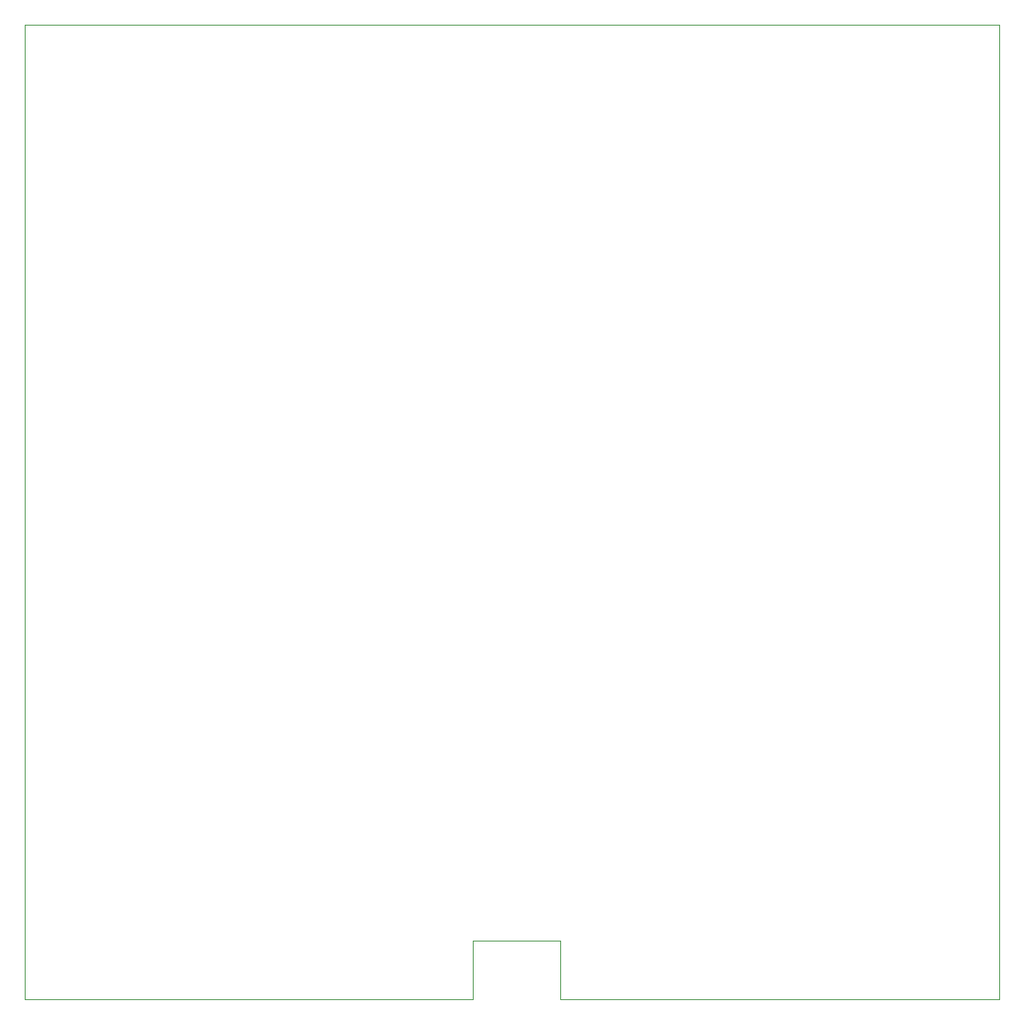
<source format=gbr>
%TF.GenerationSoftware,KiCad,Pcbnew,9.0.0*%
%TF.CreationDate,2025-03-25T01:25:05+01:00*%
%TF.ProjectId,FCCU-v2-schematic-pcb,46434355-2d76-4322-9d73-6368656d6174,rev?*%
%TF.SameCoordinates,Original*%
%TF.FileFunction,Profile,NP*%
%FSLAX46Y46*%
G04 Gerber Fmt 4.6, Leading zero omitted, Abs format (unit mm)*
G04 Created by KiCad (PCBNEW 9.0.0) date 2025-03-25 01:25:05*
%MOMM*%
%LPD*%
G01*
G04 APERTURE LIST*
%TA.AperFunction,Profile*%
%ADD10C,0.050000*%
%TD*%
G04 APERTURE END LIST*
D10*
X145500000Y-115500000D02*
X145500000Y-109500000D01*
X90500000Y-115500000D02*
X136500000Y-115500000D01*
X90500000Y-15500000D02*
X90500000Y-115500000D01*
X145500000Y-109500000D02*
X136500000Y-109500000D01*
X190500000Y-115500000D02*
X190500000Y-15500000D01*
X190500000Y-15500000D02*
X90500000Y-15500000D01*
X145500000Y-115500000D02*
X190500000Y-115500000D01*
X136500000Y-109500000D02*
X136500000Y-115500000D01*
M02*

</source>
